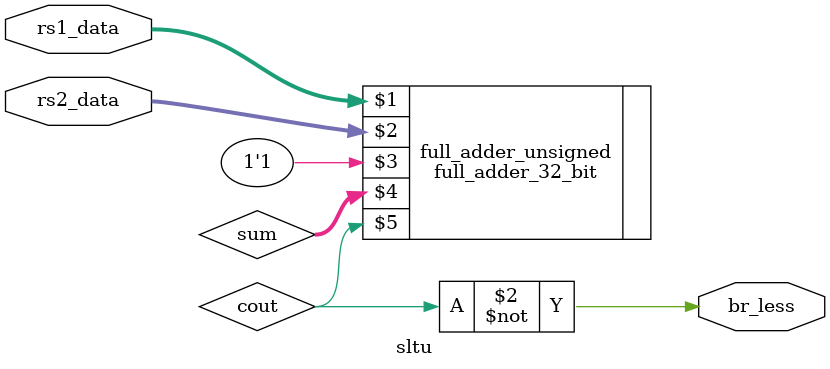
<source format=sv>
/* verilator lint_off UNUSED */
module sltu(
    input logic [31:0] rs1_data,
    input logic [31:0] rs2_data,

    output logic br_less
);

wire [31:0] sum;
wire cout;

full_adder_32_bit full_adder_unsigned (rs1_data, rs2_data, 1'b1, sum, cout);

always_comb begin : sltu
    br_less = ~cout;
end

endmodule

</source>
